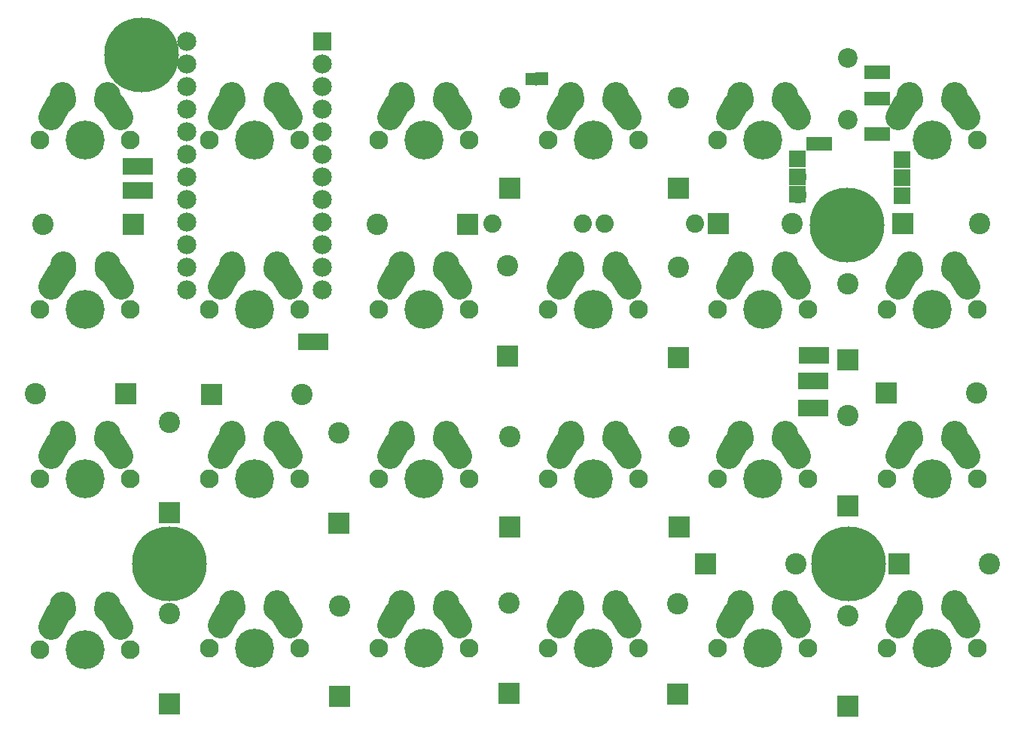
<source format=gbr>
G04 #@! TF.FileFunction,Soldermask,Top*
%FSLAX46Y46*%
G04 Gerber Fmt 4.6, Leading zero omitted, Abs format (unit mm)*
G04 Created by KiCad (PCBNEW 4.0.7) date 08/30/18 17:20:36*
%MOMM*%
%LPD*%
G01*
G04 APERTURE LIST*
%ADD10C,0.100000*%
%ADD11C,2.398980*%
%ADD12R,2.398980X2.398980*%
%ADD13R,0.900000X1.400000*%
%ADD14R,1.400000X1.400000*%
%ADD15C,2.200000*%
%ADD16R,2.899360X1.598880*%
%ADD17R,3.400000X1.900000*%
%ADD18C,2.900000*%
%ADD19C,4.387810*%
%ADD20C,2.101810*%
%ADD21C,2.051000*%
%ADD22R,2.152600X2.152600*%
%ADD23C,2.152600*%
%ADD24R,1.924000X1.924000*%
%ADD25C,1.924000*%
%ADD26C,8.400000*%
G04 APERTURE END LIST*
D10*
D11*
X146060000Y-56247460D03*
D12*
X137500000Y-56250000D03*
D10*
G36*
X96261000Y-39196833D02*
X97043767Y-39979600D01*
X96261000Y-40762367D01*
X95478233Y-39979600D01*
X96261000Y-39196833D01*
X96261000Y-39196833D01*
G37*
G36*
X97601050Y-39279600D02*
X97101050Y-40179600D01*
X96700950Y-40179600D01*
X96200950Y-39279600D01*
X97601050Y-39279600D01*
X97601050Y-39279600D01*
G37*
G36*
X96200950Y-40679600D02*
X96700950Y-39779600D01*
X97101050Y-39779600D01*
X97601050Y-40679600D01*
X96200950Y-40679600D01*
X96200950Y-40679600D01*
G37*
D13*
X97151000Y-39979600D03*
D10*
G36*
X97601050Y-39279600D02*
X97101050Y-40179600D01*
X96700950Y-40179600D01*
X96200950Y-39279600D01*
X97601050Y-39279600D01*
X97601050Y-39279600D01*
G37*
D14*
X95759800Y-39995000D03*
D10*
G36*
X96261000Y-39196833D02*
X97043767Y-39979600D01*
X96261000Y-40762367D01*
X95478233Y-39979600D01*
X96261000Y-39196833D01*
X96261000Y-39196833D01*
G37*
G36*
X96200950Y-40679600D02*
X96700950Y-39779600D01*
X97101050Y-39779600D01*
X97601050Y-40679600D01*
X96200950Y-40679600D01*
X96200950Y-40679600D01*
G37*
D13*
X97151000Y-39979600D03*
D14*
X95759800Y-39985000D03*
D11*
X69860000Y-75447460D03*
D12*
X59700000Y-75447460D03*
D11*
X125410000Y-94497460D03*
D12*
X115250000Y-94497460D03*
D11*
X93247460Y-42090000D03*
D12*
X93247460Y-52250000D03*
D11*
X93047460Y-60990000D03*
D12*
X93047460Y-71150000D03*
D11*
X112247460Y-61140000D03*
D12*
X112247460Y-71300000D03*
D11*
X131250000Y-63000000D03*
D12*
X131297460Y-71550000D03*
D11*
X93147460Y-98940000D03*
D12*
X93147460Y-109100000D03*
D11*
X147160000Y-94497460D03*
D12*
X137000000Y-94497460D03*
D11*
X145760000Y-75347460D03*
D12*
X135600000Y-75347460D03*
D11*
X131247460Y-100340000D03*
D12*
X131247460Y-110500000D03*
D11*
X112147460Y-99040000D03*
D12*
X112147460Y-109200000D03*
D11*
X112297460Y-80240000D03*
D12*
X112297460Y-90400000D03*
D11*
X93247460Y-80240000D03*
D12*
X93247460Y-90400000D03*
D11*
X74047460Y-79790000D03*
D12*
X74047460Y-89950000D03*
D11*
X74097460Y-99240000D03*
D12*
X74097460Y-109400000D03*
D11*
X54997460Y-100090000D03*
D12*
X54997460Y-110250000D03*
D11*
X54997460Y-78590000D03*
D12*
X54997460Y-88750000D03*
D11*
X39890000Y-75402540D03*
D12*
X50050000Y-75402540D03*
D11*
X40790000Y-56352540D03*
D12*
X50950000Y-56352540D03*
D11*
X78390000Y-56352540D03*
D12*
X88550000Y-56352540D03*
D11*
X125000000Y-56250000D03*
D12*
X116750000Y-56297460D03*
D15*
X131318000Y-44599860D03*
D16*
X128069340Y-47302420D03*
X134566660Y-42202100D03*
X134566660Y-39202360D03*
X134566660Y-46202600D03*
D17*
X127403860Y-77025500D03*
X127391160Y-73967340D03*
X127447040Y-71069200D03*
D15*
X131320540Y-37599620D03*
D17*
X51412140Y-49842420D03*
X51437540Y-52565300D03*
X71211440Y-69585840D03*
D11*
X112197460Y-42090000D03*
D12*
X112197460Y-52250000D03*
D18*
X138250276Y-41770672D02*
X138289724Y-42349328D01*
X143940184Y-42849693D02*
X144749816Y-44310307D01*
D19*
X140750000Y-46850000D03*
D20*
X145830000Y-46850000D03*
D18*
X137750453Y-42850046D02*
X136939547Y-44309954D01*
X143289724Y-41770672D02*
X143250276Y-42349328D01*
X119200276Y-41770672D02*
X119239724Y-42349328D01*
X124890184Y-42849693D02*
X125699816Y-44310307D01*
D19*
X121700000Y-46850000D03*
D20*
X116620000Y-46850000D03*
D18*
X118700453Y-42850046D02*
X117889547Y-44309954D01*
X124239724Y-41770672D02*
X124200276Y-42349328D01*
D11*
X131247460Y-77840000D03*
D12*
X131247460Y-88000000D03*
D21*
X101480000Y-56300000D03*
X91320000Y-56300000D03*
X103970000Y-56300000D03*
X114130000Y-56300000D03*
D18*
X43000276Y-41770672D02*
X43039724Y-42349328D01*
X48690184Y-42849693D02*
X49499816Y-44310307D01*
D19*
X45500000Y-46850000D03*
D20*
X40420000Y-46850000D03*
X50580000Y-46850000D03*
D18*
X42500453Y-42850046D02*
X41689547Y-44309954D01*
X48039724Y-41770672D02*
X48000276Y-42349328D01*
X43050276Y-60870672D02*
X43089724Y-61449328D01*
X48740184Y-61949693D02*
X49549816Y-63410307D01*
D19*
X45550000Y-65950000D03*
D20*
X40470000Y-65950000D03*
X50630000Y-65950000D03*
D18*
X42550453Y-61950046D02*
X41739547Y-63409954D01*
X48089724Y-60870672D02*
X48050276Y-61449328D01*
X43000276Y-79920672D02*
X43039724Y-80499328D01*
X48690184Y-80999693D02*
X49499816Y-82460307D01*
D19*
X45500000Y-85000000D03*
D20*
X40420000Y-85000000D03*
X50580000Y-85000000D03*
D18*
X42500453Y-81000046D02*
X41689547Y-82459954D01*
X48039724Y-79920672D02*
X48000276Y-80499328D01*
X43000276Y-99070672D02*
X43039724Y-99649328D01*
X48690184Y-100149693D02*
X49499816Y-101610307D01*
D19*
X45500000Y-104150000D03*
D20*
X40420000Y-104150000D03*
X50580000Y-104150000D03*
D18*
X42500453Y-100150046D02*
X41689547Y-101609954D01*
X48039724Y-99070672D02*
X48000276Y-99649328D01*
X62050276Y-41770672D02*
X62089724Y-42349328D01*
X67740184Y-42849693D02*
X68549816Y-44310307D01*
D19*
X64550000Y-46850000D03*
D20*
X59470000Y-46850000D03*
X69630000Y-46850000D03*
D18*
X61550453Y-42850046D02*
X60739547Y-44309954D01*
X67089724Y-41770672D02*
X67050276Y-42349328D01*
X62050276Y-60820672D02*
X62089724Y-61399328D01*
X67740184Y-61899693D02*
X68549816Y-63360307D01*
D19*
X64550000Y-65900000D03*
D20*
X59470000Y-65900000D03*
X69630000Y-65900000D03*
D18*
X61550453Y-61900046D02*
X60739547Y-63359954D01*
X67089724Y-60820672D02*
X67050276Y-61399328D01*
X62050276Y-79870672D02*
X62089724Y-80449328D01*
X67740184Y-80949693D02*
X68549816Y-82410307D01*
D19*
X64550000Y-84950000D03*
D20*
X59470000Y-84950000D03*
X69630000Y-84950000D03*
D18*
X61550453Y-80950046D02*
X60739547Y-82409954D01*
X67089724Y-79870672D02*
X67050276Y-80449328D01*
X62050276Y-98920672D02*
X62089724Y-99499328D01*
X67740184Y-99999693D02*
X68549816Y-101460307D01*
D19*
X64550000Y-104000000D03*
D20*
X59470000Y-104000000D03*
X69630000Y-104000000D03*
D18*
X61550453Y-100000046D02*
X60739547Y-101459954D01*
X67089724Y-98920672D02*
X67050276Y-99499328D01*
X81100276Y-41770672D02*
X81139724Y-42349328D01*
X86790184Y-42849693D02*
X87599816Y-44310307D01*
D19*
X83600000Y-46850000D03*
D20*
X78520000Y-46850000D03*
X88680000Y-46850000D03*
D18*
X80600453Y-42850046D02*
X79789547Y-44309954D01*
X86139724Y-41770672D02*
X86100276Y-42349328D01*
X81100276Y-60820672D02*
X81139724Y-61399328D01*
X86790184Y-61899693D02*
X87599816Y-63360307D01*
D19*
X83600000Y-65900000D03*
D20*
X78520000Y-65900000D03*
X88680000Y-65900000D03*
D18*
X80600453Y-61900046D02*
X79789547Y-63359954D01*
X86139724Y-60820672D02*
X86100276Y-61399328D01*
X81100276Y-79870672D02*
X81139724Y-80449328D01*
X86790184Y-80949693D02*
X87599816Y-82410307D01*
D19*
X83600000Y-84950000D03*
D20*
X78520000Y-84950000D03*
X88680000Y-84950000D03*
D18*
X80600453Y-80950046D02*
X79789547Y-82409954D01*
X86139724Y-79870672D02*
X86100276Y-80449328D01*
X81100276Y-98920672D02*
X81139724Y-99499328D01*
X86790184Y-99999693D02*
X87599816Y-101460307D01*
D19*
X83600000Y-104000000D03*
D20*
X78520000Y-104000000D03*
X88680000Y-104000000D03*
D18*
X80600453Y-100000046D02*
X79789547Y-101459954D01*
X86139724Y-98920672D02*
X86100276Y-99499328D01*
X100150276Y-41770672D02*
X100189724Y-42349328D01*
X105840184Y-42849693D02*
X106649816Y-44310307D01*
D19*
X102650000Y-46850000D03*
D20*
X97570000Y-46850000D03*
X107730000Y-46850000D03*
D18*
X99650453Y-42850046D02*
X98839547Y-44309954D01*
X105189724Y-41770672D02*
X105150276Y-42349328D01*
X100150276Y-60820672D02*
X100189724Y-61399328D01*
X105840184Y-61899693D02*
X106649816Y-63360307D01*
D19*
X102650000Y-65900000D03*
D20*
X97570000Y-65900000D03*
X107730000Y-65900000D03*
D18*
X99650453Y-61900046D02*
X98839547Y-63359954D01*
X105189724Y-60820672D02*
X105150276Y-61399328D01*
X100150276Y-79870672D02*
X100189724Y-80449328D01*
X105840184Y-80949693D02*
X106649816Y-82410307D01*
D19*
X102650000Y-84950000D03*
D20*
X97570000Y-84950000D03*
X107730000Y-84950000D03*
D18*
X99650453Y-80950046D02*
X98839547Y-82409954D01*
X105189724Y-79870672D02*
X105150276Y-80449328D01*
X100150276Y-98920672D02*
X100189724Y-99499328D01*
X105840184Y-99999693D02*
X106649816Y-101460307D01*
D19*
X102650000Y-104000000D03*
D20*
X97570000Y-104000000D03*
X107730000Y-104000000D03*
D18*
X99650453Y-100000046D02*
X98839547Y-101459954D01*
X105189724Y-98920672D02*
X105150276Y-99499328D01*
X119200276Y-60820672D02*
X119239724Y-61399328D01*
X124890184Y-61899693D02*
X125699816Y-63360307D01*
D19*
X121700000Y-65900000D03*
D20*
X116620000Y-65900000D03*
X126780000Y-65900000D03*
D18*
X118700453Y-61900046D02*
X117889547Y-63359954D01*
X124239724Y-60820672D02*
X124200276Y-61399328D01*
X119200276Y-79870672D02*
X119239724Y-80449328D01*
X124890184Y-80949693D02*
X125699816Y-82410307D01*
D19*
X121700000Y-84950000D03*
D20*
X116620000Y-84950000D03*
X126780000Y-84950000D03*
D18*
X118700453Y-80950046D02*
X117889547Y-82409954D01*
X124239724Y-79870672D02*
X124200276Y-80449328D01*
X119200276Y-98920672D02*
X119239724Y-99499328D01*
X124890184Y-99999693D02*
X125699816Y-101460307D01*
D19*
X121700000Y-104000000D03*
D20*
X116620000Y-104000000D03*
X126780000Y-104000000D03*
D18*
X118700453Y-100000046D02*
X117889547Y-101459954D01*
X124239724Y-98920672D02*
X124200276Y-99499328D01*
X138250276Y-60820672D02*
X138289724Y-61399328D01*
X143940184Y-61899693D02*
X144749816Y-63360307D01*
D19*
X140750000Y-65900000D03*
D20*
X135670000Y-65900000D03*
X145830000Y-65900000D03*
D18*
X137750453Y-61900046D02*
X136939547Y-63359954D01*
X143289724Y-60820672D02*
X143250276Y-61399328D01*
X138250276Y-79870672D02*
X138289724Y-80449328D01*
X143940184Y-80949693D02*
X144749816Y-82410307D01*
D19*
X140750000Y-84950000D03*
D20*
X135670000Y-84950000D03*
X145830000Y-84950000D03*
D18*
X137750453Y-80950046D02*
X136939547Y-82409954D01*
X143289724Y-79870672D02*
X143250276Y-80449328D01*
X138250276Y-98920672D02*
X138289724Y-99499328D01*
X143940184Y-99999693D02*
X144749816Y-101460307D01*
D19*
X140750000Y-104000000D03*
D20*
X135670000Y-104000000D03*
X145830000Y-104000000D03*
D18*
X137750453Y-100000046D02*
X136939547Y-101459954D01*
X143289724Y-98920672D02*
X143250276Y-99499328D01*
D22*
X72170000Y-35780000D03*
D23*
X72170000Y-38320000D03*
X72170000Y-40860000D03*
X72170000Y-43400000D03*
X72170000Y-45940000D03*
X72170000Y-48480000D03*
X72170000Y-51020000D03*
X72170000Y-53560000D03*
X72170000Y-56100000D03*
X72170000Y-58640000D03*
X72170000Y-61180000D03*
X72170000Y-63720000D03*
X56930000Y-63720000D03*
X56930000Y-61180000D03*
X56930000Y-58640000D03*
X56930000Y-56100000D03*
X56930000Y-53560000D03*
X56930000Y-51020000D03*
X56930000Y-48480000D03*
X56930000Y-40860000D03*
X56930000Y-38320000D03*
X56930000Y-35780000D03*
X56930000Y-45940000D03*
X56930000Y-43400000D03*
D24*
X137400000Y-53100000D03*
X137400000Y-51100000D03*
X137400000Y-49100000D03*
X137400000Y-53100000D03*
X137400000Y-51100000D03*
X137400000Y-49100000D03*
D25*
X137410000Y-51110000D03*
X137390000Y-49100000D03*
X137410000Y-53110000D03*
D24*
X125650000Y-53000000D03*
X125650000Y-51000000D03*
X125650000Y-49000000D03*
X125650000Y-53000000D03*
X125650000Y-51000000D03*
X125650000Y-49000000D03*
D25*
X125660000Y-51010000D03*
X125640000Y-49000000D03*
X125660000Y-53010000D03*
D26*
X55000000Y-94500000D03*
X131350000Y-94550000D03*
X131200000Y-56450000D03*
X51850000Y-37300000D03*
M02*

</source>
